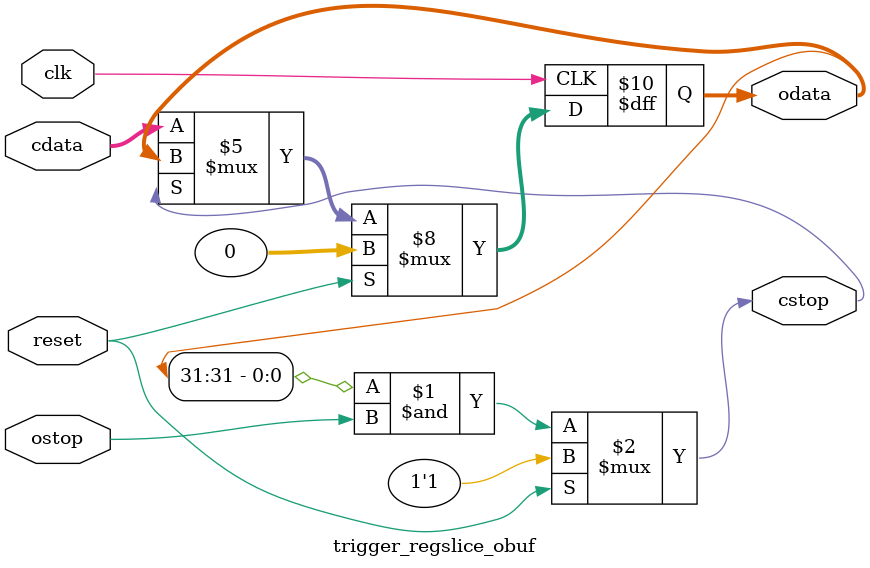
<source format=v>

`timescale 1ns/1ps

module trigger_regslice_forward
#(parameter 
    DataWidth=32
)(
    input ap_clk ,
    input ap_rst,

    input [DataWidth-1:0] data_in , 
    input vld_in , 
    output ack_in ,
    output [DataWidth-1:0] data_out, 
    output vld_out,
    input ack_out,
    output apdone_blk
);
 
localparam W = DataWidth+1;

wire [W-1:0] cdata;
wire cstop;
wire [W-1:0] idata;
wire istop;
wire [W-1:0] odata;
wire ostop;

trigger_regslice_obuf #(
  .W(W)
)
regslice_obuf_inst(
  .clk(ap_clk),
  .reset(ap_rst),
  .cdata(idata),
  .cstop(istop),
  .odata(odata),
  .ostop(ostop)
);

assign idata = {vld_in, data_in};
assign ack_in = ~istop;

assign vld_out = odata[W-1];
assign data_out = odata[W-2:0];
assign ostop = ~ack_out;

assign apdone_blk = ((ap_rst == 1'b0)&(1'b0 == ack_out)&(1'b1 == vld_out));

endmodule //forward

module trigger_regslice_forward_w1
#(parameter 
    DataWidth=1
)(
    input ap_clk ,
    input ap_rst,

    input data_in , 
    input vld_in , 
    output ack_in ,
    output data_out, 
    output vld_out,
    input ack_out,
    output apdone_blk
);
 
localparam W = 2;

wire [W-1:0] cdata;
wire cstop;
wire [W-1:0] idata;
wire istop;
wire [W-1:0] odata;
wire ostop;

trigger_regslice_obuf #(
  .W(W)
)
regslice_obuf_inst(
  .clk(ap_clk),
  .reset(ap_rst),
  .cdata(idata),
  .cstop(istop),
  .odata(odata),
  .ostop(ostop)
);

assign idata = {vld_in, data_in};
assign ack_in = ~istop;

assign vld_out = odata[W-1];
assign data_out = odata[W-2:0];
assign ostop = ~ack_out;

assign apdone_blk = ((ap_rst == 1'b0)&(1'b0 == ack_out)&(1'b1 == vld_out));

endmodule //forward


module trigger_regslice_obuf
#(
    parameter W=32
)(
    input clk ,
    input reset,
    input [W-1:0] cdata ,
    output cstop ,
    output reg [W-1:0] odata,
    input ostop 
);

// Stop the core when buffer full and output not ready
assign cstop = reset? 1'b1 : (odata[W-1] & ostop);
 
always @(posedge clk)
    if(reset)
        odata <= {1'b0, {{W-1}{1'b0}}};
    else
        if (!cstop) begin// Can we accept more data?
            odata <= cdata; // Yes: load the buffer
        end

endmodule

    

</source>
